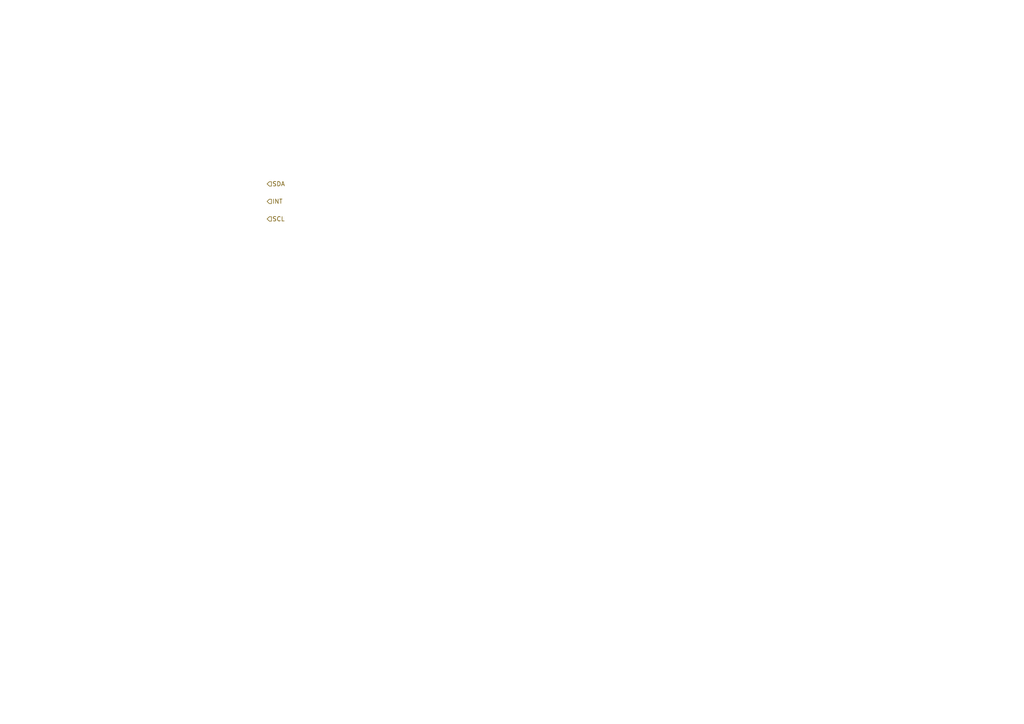
<source format=kicad_sch>
(kicad_sch
	(version 20231120)
	(generator "eeschema")
	(generator_version "8.0")
	(uuid "60343992-03f3-4207-bc36-256d113ded25")
	(paper "A4")
	(lib_symbols)
	(hierarchical_label "INT"
		(shape input)
		(at 77.47 58.42 0)
		(fields_autoplaced yes)
		(effects
			(font
				(size 1.27 1.27)
			)
			(justify left)
		)
		(uuid "318b976a-a5c2-4831-bfa2-5ea09e6cf5fd")
	)
	(hierarchical_label "SCL"
		(shape input)
		(at 77.47 63.5 0)
		(fields_autoplaced yes)
		(effects
			(font
				(size 1.27 1.27)
			)
			(justify left)
		)
		(uuid "38d95827-8b8c-4cc4-be49-8daa1bab78d1")
	)
	(hierarchical_label "SDA"
		(shape input)
		(at 77.47 53.34 0)
		(fields_autoplaced yes)
		(effects
			(font
				(size 1.27 1.27)
			)
			(justify left)
		)
		(uuid "7b751f2d-0ef9-4dd4-aa25-3d5c65fb7605")
	)
)

</source>
